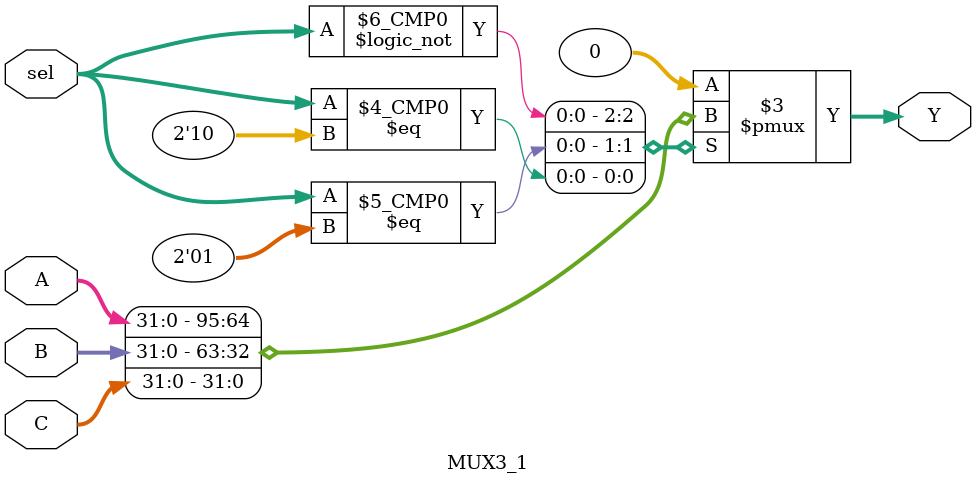
<source format=v>
`timescale 1ns/1ns

module MUX3_1(
    input [1:0] sel,                
    input [31:0] A,                 
    input [31:0] B,                
    input [31:0] C,               
    output reg [31:0] Y             
);
    always @* begin
        case(sel)
            2'b00: Y = A;
            2'b01: Y = B;
            2'b10: Y = C;
            default: Y = 32'b0;
        endcase
    end
endmodule

</source>
